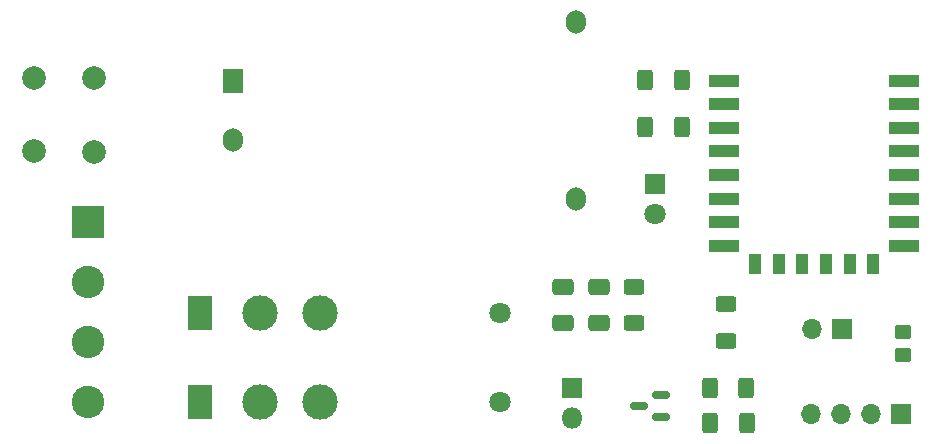
<source format=gts>
%TF.GenerationSoftware,KiCad,Pcbnew,8.0.2*%
%TF.CreationDate,2024-05-13T19:00:29+03:00*%
%TF.ProjectId,WiFiRelay,57694669-5265-46c6-9179-2e6b69636164,rev?*%
%TF.SameCoordinates,Original*%
%TF.FileFunction,Soldermask,Top*%
%TF.FilePolarity,Negative*%
%FSLAX46Y46*%
G04 Gerber Fmt 4.6, Leading zero omitted, Abs format (unit mm)*
G04 Created by KiCad (PCBNEW 8.0.2) date 2024-05-13 19:00:29*
%MOMM*%
%LPD*%
G01*
G04 APERTURE LIST*
G04 Aperture macros list*
%AMRoundRect*
0 Rectangle with rounded corners*
0 $1 Rounding radius*
0 $2 $3 $4 $5 $6 $7 $8 $9 X,Y pos of 4 corners*
0 Add a 4 corners polygon primitive as box body*
4,1,4,$2,$3,$4,$5,$6,$7,$8,$9,$2,$3,0*
0 Add four circle primitives for the rounded corners*
1,1,$1+$1,$2,$3*
1,1,$1+$1,$4,$5*
1,1,$1+$1,$6,$7*
1,1,$1+$1,$8,$9*
0 Add four rect primitives between the rounded corners*
20,1,$1+$1,$2,$3,$4,$5,0*
20,1,$1+$1,$4,$5,$6,$7,0*
20,1,$1+$1,$6,$7,$8,$9,0*
20,1,$1+$1,$8,$9,$2,$3,0*%
G04 Aperture macros list end*
%ADD10R,1.700000X1.700000*%
%ADD11O,1.700000X1.700000*%
%ADD12RoundRect,0.250000X-0.450000X0.350000X-0.450000X-0.350000X0.450000X-0.350000X0.450000X0.350000X0*%
%ADD13RoundRect,0.250000X0.400000X0.625000X-0.400000X0.625000X-0.400000X-0.625000X0.400000X-0.625000X0*%
%ADD14C,2.000000*%
%ADD15RoundRect,0.250000X0.650000X-0.412500X0.650000X0.412500X-0.650000X0.412500X-0.650000X-0.412500X0*%
%ADD16RoundRect,0.250000X-0.400000X-0.625000X0.400000X-0.625000X0.400000X0.625000X-0.400000X0.625000X0*%
%ADD17RoundRect,0.250000X0.625000X-0.400000X0.625000X0.400000X-0.625000X0.400000X-0.625000X-0.400000X0*%
%ADD18RoundRect,0.102000X-1.275000X1.275000X-1.275000X-1.275000X1.275000X-1.275000X1.275000X1.275000X0*%
%ADD19C,2.754000*%
%ADD20R,1.700000X2.000000*%
%ADD21O,1.700000X2.000000*%
%ADD22R,2.500000X1.000000*%
%ADD23R,1.000000X1.800000*%
%ADD24RoundRect,0.150000X0.587500X0.150000X-0.587500X0.150000X-0.587500X-0.150000X0.587500X-0.150000X0*%
%ADD25C,1.800000*%
%ADD26R,2.000000X3.000000*%
%ADD27C,3.000000*%
%ADD28R,1.800000X1.800000*%
%ADD29O,1.800000X1.800000*%
G04 APERTURE END LIST*
D10*
%TO.C,UART1*%
X141830000Y-125250000D03*
D11*
X139290000Y-125250000D03*
X136750000Y-125250000D03*
X134210000Y-125250000D03*
%TD*%
D12*
%TO.C,IO0*%
X142000000Y-118250000D03*
X142000000Y-120250000D03*
%TD*%
D10*
%TO.C,SW2*%
X136830000Y-118000000D03*
D11*
X134290000Y-118000000D03*
%TD*%
D13*
%TO.C,R3*%
X128750000Y-123000000D03*
X125650000Y-123000000D03*
%TD*%
D14*
%TO.C,F1*%
X68460000Y-103000000D03*
X73540000Y-103010000D03*
%TD*%
D15*
%TO.C,C2*%
X116250000Y-117562500D03*
X116250000Y-114437500D03*
%TD*%
D16*
%TO.C,R1*%
X120200000Y-96950000D03*
X123300000Y-96950000D03*
%TD*%
D17*
%TO.C,R6*%
X119250000Y-117550000D03*
X119250000Y-114450000D03*
%TD*%
D18*
%TO.C,J2*%
X73000000Y-109000000D03*
D19*
X73000000Y-114080000D03*
X73000000Y-119160000D03*
X73000000Y-124240000D03*
%TD*%
D20*
%TO.C,PS1*%
X85252500Y-97042500D03*
D21*
X85252500Y-102042500D03*
X114332500Y-92042500D03*
X114332500Y-107042500D03*
%TD*%
D22*
%TO.C,U1*%
X126900000Y-97000000D03*
X126900000Y-99000000D03*
X126900000Y-101000000D03*
X126900000Y-103000000D03*
X126900000Y-105000000D03*
X126900000Y-107000000D03*
X126900000Y-109000000D03*
X126900000Y-111000000D03*
D23*
X129500000Y-112500000D03*
X131500000Y-112500000D03*
X133500000Y-112500000D03*
X135500000Y-112500000D03*
X137500000Y-112500000D03*
X139500000Y-112500000D03*
D22*
X142100000Y-111000000D03*
X142100000Y-109000000D03*
X142100000Y-107000000D03*
X142100000Y-105000000D03*
X142100000Y-103000000D03*
X142100000Y-101000000D03*
X142100000Y-99000000D03*
X142100000Y-97000000D03*
%TD*%
D14*
%TO.C,F2*%
X68460000Y-96750000D03*
X73540000Y-96760000D03*
%TD*%
D24*
%TO.C,Q1*%
X121500000Y-125500000D03*
X121500000Y-123600000D03*
X119625000Y-124550000D03*
%TD*%
D25*
%TO.C,K1*%
X107880000Y-116650000D03*
X107880000Y-124250000D03*
D26*
X82500000Y-116650000D03*
X82500000Y-124250000D03*
D27*
X87580000Y-116650000D03*
X87580000Y-124250000D03*
X92660000Y-116650000D03*
X92660000Y-124250000D03*
%TD*%
D28*
%TO.C,D2*%
X121000000Y-105725000D03*
D25*
X121000000Y-108265000D03*
%TD*%
D16*
%TO.C,R5*%
X125700000Y-126000000D03*
X128800000Y-126000000D03*
%TD*%
D15*
%TO.C,C1*%
X113250000Y-117562500D03*
X113250000Y-114437500D03*
%TD*%
D17*
%TO.C,R4*%
X127000000Y-119050000D03*
X127000000Y-115950000D03*
%TD*%
D28*
%TO.C,D1*%
X114000000Y-123000000D03*
D29*
X114000000Y-125540000D03*
%TD*%
D16*
%TO.C,R2*%
X120200000Y-100950000D03*
X123300000Y-100950000D03*
%TD*%
M02*

</source>
